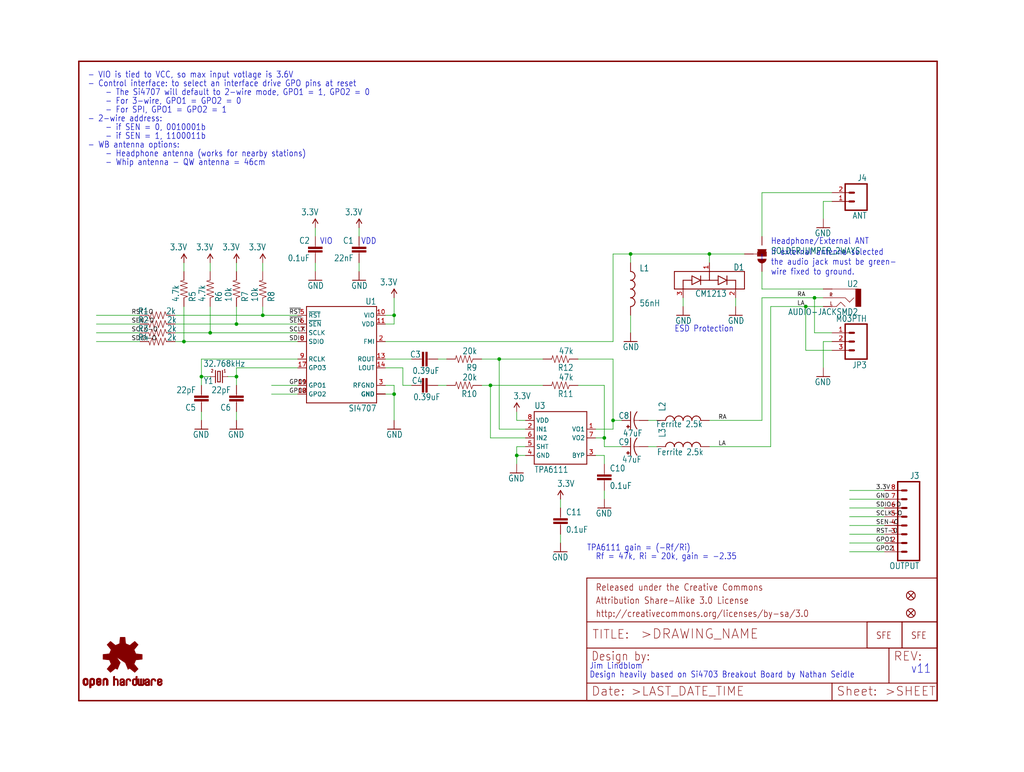
<source format=kicad_sch>
(kicad_sch (version 20211123) (generator eeschema)
  (paper "User" 297.002 223.926)
  (lib_symbols
    (symbol "schematicEagle-eagle-import:3.3V" (power)
      (property "Value" "3.3V" (at -1.016 3.556 0))
      (symbol "3.3V_1_0"
        (pin power_in line (at 0 0 90) (length 2.54) (name "3.3V") (number "1"))
      )
    )
    (symbol "schematicEagle-eagle-import:AUDIO-JACKSMD2"
      (property "Reference" "U" (at -5.08 3.048 0))
      (property "Value" "AUDIO-JACKSMD2" (at -5.08 -5.08 0))
      (symbol "AUDIO-JACKSMD2_1_0"
        (text "L" (at 2.286 -2.286 0) (effects (font (size 1.016 0.8636) (thickness 0.1727) bold) (justify left bottom)))
        (text "R" (at 2.286 0.254 0) (effects (font (size 1.016 0.8636) (thickness 0.1727) bold) (justify left bottom)))
        (pin bidirectional line (at 5.08 0 180) (length 2.54) (name "RIGHT") (number "RING"))
        (pin bidirectional line (at 5.08 2.54 180) (length 2.54) (name "SLEEVE") (number "SLEEVE"))
        (pin bidirectional line (at 5.08 -2.54 180) (length 2.54) (name "LEFT") (number "TIP"))
      )
    )
    (symbol "schematicEagle-eagle-import:CAP0402-CAP"
      (property "Reference" "C" (at 1.524 2.921 0))
      (property "Value" "CAP0402-CAP" (at 1.524 -2.159 0))
      (symbol "CAP0402-CAP_1_0"
        (pin passive line (at 0 5.08 270) (length 2.54) (name "1") (number "1"))
        (pin passive line (at 0 -2.54 90) (length 2.54) (name "2") (number "2"))
      )
    )
    (symbol "schematicEagle-eagle-import:CAP_POL3528"
      (property "Reference" "C" (at 1.016 0.635 0))
      (property "Value" "CAP_POL3528" (at 1.016 -4.191 0))
      (symbol "CAP_POL3528_1_0"
        (pin passive line (at 0 2.54 270) (length 2.54) (name "+") (number "A"))
        (pin passive line (at 0 -5.08 90) (length 2.54) (name "-") (number "C"))
      )
    )
    (symbol "schematicEagle-eagle-import:CM1213"
      (property "Reference" "D" (at -10.16 2.794 0))
      (property "Value" "CM1213" (at -5.08 -4.826 0))
      (symbol "CM1213_1_0"
        (pin bidirectional line (at 0 5.08 270) (length 2.54) (name "CH1") (number "1"))
        (pin bidirectional line (at -7.62 -5.08 90) (length 2.54) (name "VP") (number "2"))
        (pin bidirectional line (at 7.62 -5.08 90) (length 2.54) (name "VN") (number "3"))
      )
    )
    (symbol "schematicEagle-eagle-import:CRYSTAL32-SMD"
      (property "Reference" "Y" (at 2.54 1.016 0))
      (property "Value" "CRYSTAL32-SMD" (at 2.54 -2.54 0))
      (symbol "CRYSTAL32-SMD_1_0"
        (text "1" (at -2.159 -1.143 0) (effects (font (size 0.8636 0.734)) (justify left bottom)))
        (text "2" (at 1.524 -1.143 0) (effects (font (size 0.8636 0.734)) (justify left bottom)))
        (pin passive line (at -2.54 0 0) (length 0) (name "1") (number "X1"))
        (pin passive line (at 2.54 0 180) (length 0) (name "2") (number "X2"))
      )
    )
    (symbol "schematicEagle-eagle-import:FIDUCIALUFIDUCIAL")
    (symbol "schematicEagle-eagle-import:FRAME-LETTER"
      (symbol "FRAME-LETTER_2_0"
        (text ">DRAWING_NAME" (at 15.494 17.78 0) (effects (font (size 2.7432 2.7432)) (justify left bottom)))
        (text ">LAST_DATE_TIME" (at 12.7 1.27 0) (effects (font (size 2.54 2.54)) (justify left bottom)))
        (text ">SHEET" (at 86.36 1.27 0) (effects (font (size 2.54 2.54)) (justify left bottom)))
        (text "Attribution Share-Alike 3.0 License" (at 2.54 27.94 0) (effects (font (size 1.9304 1.6408)) (justify left bottom)))
        (text "Date:" (at 1.27 1.27 0) (effects (font (size 2.54 2.54)) (justify left bottom)))
        (text "Design by:" (at 1.27 11.43 0) (effects (font (size 2.54 2.159)) (justify left bottom)))
        (text "http://creativecommons.org/licenses/by-sa/3.0" (at 2.54 24.13 0) (effects (font (size 1.9304 1.6408)) (justify left bottom)))
        (text "Released under the Creative Commons" (at 2.54 31.75 0) (effects (font (size 1.9304 1.6408)) (justify left bottom)))
        (text "REV:" (at 88.9 11.43 0) (effects (font (size 2.54 2.54)) (justify left bottom)))
        (text "Sheet:" (at 72.39 1.27 0) (effects (font (size 2.54 2.54)) (justify left bottom)))
        (text "TITLE:" (at 1.524 17.78 0) (effects (font (size 2.54 2.54)) (justify left bottom)))
      )
    )
    (symbol "schematicEagle-eagle-import:GND" (power)
      (property "Value" "GND" (at -2.54 -2.54 0))
      (symbol "GND_1_0"
        (pin power_in line (at 0 2.54 270) (length 2.54) (name "GND") (number "1"))
      )
    )
    (symbol "schematicEagle-eagle-import:INDUCTOR0402"
      (property "Reference" "L" (at 2.54 5.08 0))
      (property "Value" "INDUCTOR0402" (at 2.54 -5.08 0))
      (symbol "INDUCTOR0402_1_0"
        (pin passive line (at 0 7.62 270) (length 2.54) (name "1") (number "1"))
        (pin passive line (at 0 -7.62 90) (length 2.54) (name "2") (number "2"))
      )
    )
    (symbol "schematicEagle-eagle-import:INDUCTOR0603"
      (property "Reference" "L" (at 2.54 5.08 0))
      (property "Value" "INDUCTOR0603" (at 2.54 -5.08 0))
      (symbol "INDUCTOR0603_1_0"
        (pin passive line (at 0 7.62 270) (length 2.54) (name "1") (number "1"))
        (pin passive line (at 0 -7.62 90) (length 2.54) (name "2") (number "2"))
      )
    )
    (symbol "schematicEagle-eagle-import:LOGO-SFENEW"
      (symbol "LOGO-SFENEW_1_0"
        (text "SFE" (at 0 0 0) (effects (font (size 1.9304 1.6408)) (justify left bottom)))
      )
    )
    (symbol "schematicEagle-eagle-import:LOGO-SFESK"
      (symbol "LOGO-SFESK_1_0"
        (text "SFE" (at 0 0 0) (effects (font (size 1.9304 1.6408)) (justify left bottom)))
      )
    )
    (symbol "schematicEagle-eagle-import:M02PTH"
      (property "Reference" "JP" (at -2.54 5.842 0))
      (property "Value" "M02PTH" (at -2.54 -5.08 0))
      (symbol "M02PTH_1_0"
        (pin passive line (at 7.62 0 180) (length 5.08) (name "1") (number "1"))
        (pin passive line (at 7.62 2.54 180) (length 5.08) (name "2") (number "2"))
      )
    )
    (symbol "schematicEagle-eagle-import:M03PTH"
      (property "Reference" "JP" (at -2.54 5.842 0))
      (property "Value" "M03PTH" (at -2.54 -7.62 0))
      (symbol "M03PTH_1_0"
        (pin passive line (at 7.62 -2.54 180) (length 5.08) (name "1") (number "1"))
        (pin passive line (at 7.62 0 180) (length 5.08) (name "2") (number "2"))
        (pin passive line (at 7.62 2.54 180) (length 5.08) (name "3") (number "3"))
      )
    )
    (symbol "schematicEagle-eagle-import:M081X08"
      (property "Reference" "JP" (at -5.08 13.462 0))
      (property "Value" "M081X08" (at -5.08 -12.7 0))
      (symbol "M081X08_1_0"
        (pin passive line (at 5.08 -7.62 180) (length 5.08) (name "1") (number "1"))
        (pin passive line (at 5.08 -5.08 180) (length 5.08) (name "2") (number "2"))
        (pin passive line (at 5.08 -2.54 180) (length 5.08) (name "3") (number "3"))
        (pin passive line (at 5.08 0 180) (length 5.08) (name "4") (number "4"))
        (pin passive line (at 5.08 2.54 180) (length 5.08) (name "5") (number "5"))
        (pin passive line (at 5.08 5.08 180) (length 5.08) (name "6") (number "6"))
        (pin passive line (at 5.08 7.62 180) (length 5.08) (name "7") (number "7"))
        (pin passive line (at 5.08 10.16 180) (length 5.08) (name "8") (number "8"))
      )
    )
    (symbol "schematicEagle-eagle-import:OSHW-LOGOS")
    (symbol "schematicEagle-eagle-import:RESISTOR0402-RES"
      (property "Reference" "R" (at -3.81 1.4986 0))
      (property "Value" "RESISTOR0402-RES" (at -3.81 -3.302 0))
      (symbol "RESISTOR0402-RES_1_0"
        (pin passive line (at -5.08 0 0) (length 2.54) (name "1") (number "1"))
        (pin passive line (at 5.08 0 180) (length 2.54) (name "2") (number "2"))
      )
    )
    (symbol "schematicEagle-eagle-import:SI4707"
      (property "Reference" "U" (at -10.16 15.748 0))
      (property "Value" "SI4707" (at -10.16 -15.24 0))
      (symbol "SI4707_1_0"
        (pin bidirectional line (at -12.7 12.7 0) (length 2.54) (name "VIO") (number "10"))
        (pin bidirectional line (at -12.7 10.16 0) (length 2.54) (name "VDD") (number "11"))
        (pin bidirectional line (at -12.7 -10.16 0) (length 2.54) (name "GND") (number "12"))
        (pin bidirectional line (at -12.7 0 0) (length 2.54) (name "ROUT") (number "13"))
        (pin bidirectional line (at -12.7 -2.54 0) (length 2.54) (name "LOUT") (number "14"))
        (pin bidirectional line (at -12.7 -10.16 0) (length 2.54) (name "GND") (number "15"))
        (pin bidirectional line (at -12.7 -10.16 0) (length 2.54) (name "GND") (number "16"))
        (pin bidirectional line (at 12.7 -2.54 180) (length 2.54) (name "GPO3") (number "17"))
        (pin bidirectional line (at 12.7 -10.16 180) (length 2.54) (name "GPO2") (number "18"))
        (pin bidirectional line (at 12.7 -7.62 180) (length 2.54) (name "GPO1") (number "19"))
        (pin bidirectional line (at -12.7 5.08 0) (length 2.54) (name "FMI") (number "2"))
        (pin bidirectional line (at -12.7 -10.16 0) (length 2.54) (name "GND") (number "21"))
        (pin bidirectional line (at -12.7 -7.62 0) (length 2.54) (name "RFGND") (number "3"))
        (pin bidirectional line (at -12.7 -10.16 0) (length 2.54) (name "GND") (number "4"))
        (pin bidirectional line (at 12.7 12.7 180) (length 2.54) (name "~{RST}") (number "5"))
        (pin bidirectional line (at 12.7 10.16 180) (length 2.54) (name "~{SEN}") (number "6"))
        (pin bidirectional line (at 12.7 7.62 180) (length 2.54) (name "SCLK") (number "7"))
        (pin bidirectional line (at 12.7 5.08 180) (length 2.54) (name "SDIO") (number "8"))
        (pin bidirectional line (at 12.7 0 180) (length 2.54) (name "RCLK") (number "9"))
      )
    )
    (symbol "schematicEagle-eagle-import:SOLDERJUMPER_2WAYS"
      (property "Reference" "SJ" (at 2.54 0.381 0))
      (property "Value" "SOLDERJUMPER_2WAYS" (at 2.54 -1.905 0))
      (symbol "SOLDERJUMPER_2WAYS_1_0"
        (pin passive line (at 0 5.08 270) (length 2.54) (name "1") (number "1"))
        (pin passive line (at -5.08 0 0) (length 2.54) (name "2") (number "2"))
        (pin passive line (at 0 -5.08 90) (length 2.54) (name "3") (number "3"))
      )
    )
    (symbol "schematicEagle-eagle-import:SPARKFUN_TPA6111SMD"
      (property "Reference" "U" (at -7.62 5.842 0))
      (property "Value" "SPARKFUN_TPA6111SMD" (at -7.62 -12.7 0))
      (symbol "SPARKFUN_TPA6111SMD_1_0"
        (pin bidirectional line (at 10.16 0 180) (length 2.54) (name "VO1") (number "1"))
        (pin bidirectional line (at -10.16 0 0) (length 2.54) (name "IN1") (number "2"))
        (pin bidirectional line (at 10.16 -7.62 180) (length 2.54) (name "BYP") (number "3"))
        (pin bidirectional line (at -10.16 -7.62 0) (length 2.54) (name "GND") (number "4"))
        (pin bidirectional line (at -10.16 -5.08 0) (length 2.54) (name "SHT") (number "5"))
        (pin bidirectional line (at -10.16 -2.54 0) (length 2.54) (name "IN2") (number "6"))
        (pin bidirectional line (at 10.16 -2.54 180) (length 2.54) (name "VO2") (number "7"))
        (pin bidirectional line (at -10.16 2.54 0) (length 2.54) (name "VDD") (number "8"))
      )
    )
  )
  (junction (at 175.26 127))
  (junction (at 76.2 91.44))
  (junction (at 58.42 109.22))
  (junction (at 144.78 104.14))
  (junction (at 114.3 114.3))
  (junction (at 149.86 132.08))
  (junction (at 236.22 86.36))
  (junction (at 233.68 88.9))
  (junction (at 177.8 121.92))
  (junction (at 114.3 91.44))
  (junction (at 205.74 73.66))
  (junction (at 142.24 111.76))
  (junction (at 182.88 73.66))
  (junction (at 60.96 96.52))
  (junction (at 68.58 109.22))
  (junction (at 53.34 99.06))
  (junction (at 68.58 93.98))
  (wire (pts (xy 111.76 111.76) (xy 114.3 111.76)))
  (wire (pts (xy 213.36 88.9) (xy 213.36 86.36)))
  (wire (pts (xy 238.76 99.06) (xy 238.76 106.68)))
  (wire (pts (xy 152.4 129.54) (xy 149.86 129.54)))
  (wire (pts (xy 40.64 91.44) (xy 27.94 91.44)))
  (wire (pts (xy 167.64 111.76) (xy 175.26 111.76)))
  (wire (pts (xy 76.2 91.44) (xy 76.2 88.9)))
  (wire (pts (xy 241.3 58.42) (xy 238.76 58.42)))
  (wire (pts (xy 205.74 76.2) (xy 205.74 73.66)))
  (wire (pts (xy 256.54 160.02) (xy 246.38 160.02)))
  (wire (pts (xy 205.74 121.92) (xy 220.98 121.92)))
  (wire (pts (xy 175.26 132.08) (xy 175.26 134.62)))
  (wire (pts (xy 111.76 104.14) (xy 119.38 104.14)))
  (wire (pts (xy 104.14 68.58) (xy 104.14 66.04)))
  (wire (pts (xy 152.4 132.08) (xy 149.86 132.08)))
  (wire (pts (xy 86.36 99.06) (xy 53.34 99.06)))
  (wire (pts (xy 172.72 127) (xy 175.26 127)))
  (wire (pts (xy 167.64 104.14) (xy 177.8 104.14)))
  (wire (pts (xy 58.42 111.76) (xy 58.42 109.22)))
  (wire (pts (xy 60.96 76.2) (xy 60.96 78.74)))
  (wire (pts (xy 177.8 73.66) (xy 177.8 99.06)))
  (wire (pts (xy 256.54 149.86) (xy 246.38 149.86)))
  (wire (pts (xy 180.34 121.92) (xy 177.8 121.92)))
  (wire (pts (xy 68.58 76.2) (xy 68.58 78.74)))
  (wire (pts (xy 60.96 109.22) (xy 58.42 109.22)))
  (wire (pts (xy 220.98 121.92) (xy 220.98 86.36)))
  (wire (pts (xy 104.14 78.74) (xy 104.14 76.2)))
  (wire (pts (xy 177.8 124.46) (xy 172.72 124.46)))
  (wire (pts (xy 190.5 121.92) (xy 187.96 121.92)))
  (wire (pts (xy 53.34 76.2) (xy 53.34 78.74)))
  (wire (pts (xy 111.76 106.68) (xy 116.84 106.68)))
  (wire (pts (xy 182.88 91.44) (xy 182.88 96.52)))
  (polyline (pts (xy 220.98 73.66) (xy 220.98 75.692)))
  (wire (pts (xy 175.26 127) (xy 175.26 129.54)))
  (wire (pts (xy 58.42 104.14) (xy 86.36 104.14)))
  (wire (pts (xy 238.76 86.36) (xy 236.22 86.36)))
  (wire (pts (xy 111.76 91.44) (xy 114.3 91.44)))
  (wire (pts (xy 76.2 91.44) (xy 50.8 91.44)))
  (wire (pts (xy 162.56 157.48) (xy 162.56 154.94)))
  (wire (pts (xy 40.64 93.98) (xy 27.94 93.98)))
  (wire (pts (xy 238.76 88.9) (xy 233.68 88.9)))
  (wire (pts (xy 86.36 96.52) (xy 60.96 96.52)))
  (wire (pts (xy 256.54 154.94) (xy 246.38 154.94)))
  (wire (pts (xy 205.74 73.66) (xy 182.88 73.66)))
  (wire (pts (xy 238.76 99.06) (xy 241.3 99.06)))
  (wire (pts (xy 177.8 104.14) (xy 177.8 121.92)))
  (wire (pts (xy 149.86 121.92) (xy 149.86 119.38)))
  (wire (pts (xy 241.3 101.6) (xy 233.68 101.6)))
  (wire (pts (xy 86.36 91.44) (xy 76.2 91.44)))
  (wire (pts (xy 60.96 88.9) (xy 60.96 96.52)))
  (wire (pts (xy 175.26 111.76) (xy 175.26 127)))
  (wire (pts (xy 58.42 121.92) (xy 58.42 119.38)))
  (wire (pts (xy 68.58 93.98) (xy 50.8 93.98)))
  (wire (pts (xy 144.78 104.14) (xy 157.48 104.14)))
  (wire (pts (xy 256.54 147.32) (xy 246.38 147.32)))
  (wire (pts (xy 205.74 129.54) (xy 223.52 129.54)))
  (wire (pts (xy 40.64 99.06) (xy 27.94 99.06)))
  (wire (pts (xy 116.84 106.68) (xy 116.84 111.76)))
  (wire (pts (xy 68.58 121.92) (xy 68.58 119.38)))
  (wire (pts (xy 114.3 114.3) (xy 114.3 121.92)))
  (wire (pts (xy 220.98 83.82) (xy 220.98 78.74)))
  (wire (pts (xy 152.4 124.46) (xy 144.78 124.46)))
  (wire (pts (xy 220.98 55.88) (xy 241.3 55.88)))
  (wire (pts (xy 238.76 58.42) (xy 238.76 63.5)))
  (wire (pts (xy 53.34 88.9) (xy 53.34 99.06)))
  (wire (pts (xy 114.3 91.44) (xy 114.3 86.36)))
  (wire (pts (xy 144.78 124.46) (xy 144.78 104.14)))
  (wire (pts (xy 139.7 111.76) (xy 142.24 111.76)))
  (wire (pts (xy 238.76 83.82) (xy 220.98 83.82)))
  (wire (pts (xy 233.68 88.9) (xy 223.52 88.9)))
  (wire (pts (xy 111.76 114.3) (xy 114.3 114.3)))
  (wire (pts (xy 177.8 121.92) (xy 177.8 124.46)))
  (wire (pts (xy 86.36 93.98) (xy 68.58 93.98)))
  (wire (pts (xy 66.04 109.22) (xy 68.58 109.22)))
  (wire (pts (xy 114.3 93.98) (xy 114.3 91.44)))
  (wire (pts (xy 142.24 127) (xy 152.4 127)))
  (wire (pts (xy 60.96 96.52) (xy 50.8 96.52)))
  (wire (pts (xy 162.56 144.78) (xy 162.56 147.32)))
  (wire (pts (xy 91.44 78.74) (xy 91.44 76.2)))
  (wire (pts (xy 205.74 73.66) (xy 215.9 73.66)))
  (wire (pts (xy 127 104.14) (xy 129.54 104.14)))
  (wire (pts (xy 127 111.76) (xy 129.54 111.76)))
  (wire (pts (xy 172.72 132.08) (xy 175.26 132.08)))
  (wire (pts (xy 256.54 157.48) (xy 246.38 157.48)))
  (wire (pts (xy 116.84 111.76) (xy 119.38 111.76)))
  (wire (pts (xy 177.8 99.06) (xy 111.76 99.06)))
  (wire (pts (xy 111.76 93.98) (xy 114.3 93.98)))
  (wire (pts (xy 53.34 99.06) (xy 50.8 99.06)))
  (wire (pts (xy 256.54 144.78) (xy 246.38 144.78)))
  (wire (pts (xy 40.64 96.52) (xy 27.94 96.52)))
  (wire (pts (xy 236.22 96.52) (xy 236.22 86.36)))
  (wire (pts (xy 68.58 88.9) (xy 68.58 93.98)))
  (wire (pts (xy 58.42 109.22) (xy 58.42 104.14)))
  (wire (pts (xy 86.36 114.3) (xy 78.74 114.3)))
  (wire (pts (xy 142.24 111.76) (xy 157.48 111.76)))
  (wire (pts (xy 68.58 109.22) (xy 68.58 106.68)))
  (wire (pts (xy 236.22 86.36) (xy 220.98 86.36)))
  (wire (pts (xy 175.26 144.78) (xy 175.26 142.24)))
  (wire (pts (xy 256.54 142.24) (xy 246.38 142.24)))
  (wire (pts (xy 149.86 132.08) (xy 149.86 134.62)))
  (wire (pts (xy 256.54 152.4) (xy 246.38 152.4)))
  (wire (pts (xy 68.58 106.68) (xy 86.36 106.68)))
  (wire (pts (xy 114.3 111.76) (xy 114.3 114.3)))
  (wire (pts (xy 190.5 129.54) (xy 187.96 129.54)))
  (wire (pts (xy 142.24 111.76) (xy 142.24 127)))
  (wire (pts (xy 223.52 129.54) (xy 223.52 88.9)))
  (wire (pts (xy 220.98 68.58) (xy 220.98 55.88)))
  (wire (pts (xy 91.44 66.04) (xy 91.44 68.58)))
  (wire (pts (xy 177.8 73.66) (xy 182.88 73.66)))
  (wire (pts (xy 182.88 76.2) (xy 182.88 73.66)))
  (wire (pts (xy 149.86 129.54) (xy 149.86 132.08)))
  (wire (pts (xy 236.22 96.52) (xy 241.3 96.52)))
  (wire (pts (xy 198.12 88.9) (xy 198.12 86.36)))
  (wire (pts (xy 233.68 101.6) (xy 233.68 88.9)))
  (wire (pts (xy 68.58 111.76) (xy 68.58 109.22)))
  (wire (pts (xy 76.2 76.2) (xy 76.2 78.74)))
  (wire (pts (xy 175.26 129.54) (xy 180.34 129.54)))
  (wire (pts (xy 86.36 111.76) (xy 78.74 111.76)))
  (wire (pts (xy 144.78 104.14) (xy 139.7 104.14)))
  (wire (pts (xy 152.4 121.92) (xy 149.86 121.92)))
  (text "- 2-wire address:" (at 25.4 35.56 180) (effects (font (size 1.778 1.5113)) (justify left bottom)))
  (text "- Control interface: to select an interface drive GPO pins at reset" (at 25.4 25.4 0) (effects (font (size 1.778 1.5113)) (justify left bottom)))
  (text "Design heavily based on Si4703 Breakout Board by Nathan Seidle" (at 170.942 196.85 0) (effects (font (size 1.778 1.5113)) (justify left bottom)))
  (text "Rf = 47k, Ri = 20k, gain = -2.35" (at 172.72 162.56 180) (effects (font (size 1.778 1.5113)) (justify left bottom)))
  (text "VIO" (at 96.52 71.12 180) (effects (font (size 1.778 1.5113)) (justify right bottom)))
  (text "- if SEN = 1, 1100011b" (at 30.48 40.64 180) (effects (font (size 1.778 1.5113)) (justify left bottom)))
  (text "- VIO is tied to VCC, so max input votlage is 3.6V" (at 25.4 22.86 0) (effects (font (size 1.778 1.5113)) (justify left bottom)))
  (text "VDD" (at 109.22 71.12 180) (effects (font (size 1.778 1.5113)) (justify right bottom)))
  (text "- For 3-wire, GPO1 = GPO2 = 0" (at 30.48 30.48 180) (effects (font (size 1.778 1.5113)) (justify left bottom)))
  (text "- Headphone antenna (works for nearby stations)" (at 30.48 45.72 180) (effects (font (size 1.778 1.5113)) (justify left bottom)))
  (text "Jim Lindblom" (at 170.942 194.31 180) (effects (font (size 1.778 1.5113)) (justify left bottom)))
  (text "Headphone/External ANT" (at 223.52 71.12 180) (effects (font (size 1.778 1.5113)) (justify left bottom)))
  (text "- WB antenna options:" (at 25.4 43.18 180) (effects (font (size 1.778 1.5113)) (justify left bottom)))
  (text "- Whip antenna - QW antenna =~{} 46cm" (at 30.48 48.26 180) (effects (font (size 1.778 1.5113)) (justify left bottom)))
  (text "If external antenna selected\nthe audio jack must be green-\nwire fixed to ground." (at 223.52 80.01 0) (effects (font (size 1.778 1.5113)) (justify left bottom)))
  (text "- For SPI, GPO1 = GPO2 = 1" (at 30.48 33.02 180) (effects (font (size 1.778 1.5113)) (justify left bottom)))
  (text "ESD Protection" (at 195.58 96.52 180) (effects (font (size 1.778 1.5113)) (justify left bottom)))
  (text "v11" (at 264.16 195.58 180) (effects (font (size 2.54 2.159)) (justify left bottom)))
  (text "- if SEN = 0, 0010001b" (at 30.48 38.1 180) (effects (font (size 1.778 1.5113)) (justify left bottom)))
  (text "TPA6111 gain = (-Rf/Ri)" (at 170.18 160.02 180) (effects (font (size 1.778 1.5113)) (justify left bottom)))
  (text "- The Si4707 will default to 2-wire mode, GPO1 = 1, GPO2 = 0" (at 30.48 27.94 0) (effects (font (size 1.778 1.5113)) (justify left bottom)))
  (label "GPO2" (at 83.82 114.3 0) (effects (font (size 1.2446 1.2446))))
  (label "LA" (at 208.28 129.54 0) (effects (font (size 1.2446 1.2446))))
  (label "RST-O" (at 254 154.94 0) (effects (font (size 1.2446 1.2446))))
  (label "SCLK-O" (at 38.1 96.52 0) (effects (font (size 1.2446 1.2446))))
  (label "SCLK-O" (at 254 149.86 0) (effects (font (size 1.2446 1.2446))))
  (label "SDIO-O" (at 38.1 99.06 0) (effects (font (size 1.2446 1.2446))))
  (label "SCLK" (at 83.82 96.52 0) (effects (font (size 1.2446 1.2446))))
  (label "SDIO-O" (at 254 147.32 0) (effects (font (size 1.2446 1.2446))))
  (label "GPO1" (at 83.82 111.76 0) (effects (font (size 1.2446 1.2446))))
  (label "SEN-O" (at 254 152.4 0) (effects (font (size 1.2446 1.2446))))
  (label "RST-O" (at 38.1 91.44 0) (effects (font (size 1.2446 1.2446))))
  (label "3.3V" (at 254 142.24 0) (effects (font (size 1.2446 1.2446))))
  (label "GND" (at 254 144.78 0) (effects (font (size 1.2446 1.2446))))
  (label "LA" (at 231.14 88.9 0) (effects (font (size 1.2446 1.2446))))
  (label "SDIO" (at 83.82 99.06 0) (effects (font (size 1.2446 1.2446))))
  (label "RA" (at 208.28 121.92 0) (effects (font (size 1.2446 1.2446))))
  (label "~{RST}" (at 83.82 91.44 0) (effects (font (size 1.2446 1.2446))))
  (label "RA" (at 231.14 86.36 0) (effects (font (size 1.2446 1.2446))))
  (label "GPO1" (at 254 157.48 0) (effects (font (size 1.2446 1.2446))))
  (label "SEN-O" (at 38.1 93.98 0) (effects (font (size 1.2446 1.2446))))
  (label "~{SEN}" (at 83.82 93.98 0) (effects (font (size 1.2446 1.2446))))
  (label "GPO2" (at 254 160.02 0) (effects (font (size 1.2446 1.2446))))
  (symbol (lib_id "schematicEagle-eagle-import:GND") (at 175.26 147.32 0) (unit 1)
    (property "Reference" "#GND8" (effects hide))
    (property "Value" "GND" (at 172.72 149.86 0) (effects (font (size 1.778 1.5113)) (justify left bottom)))
    (property "Footprint" "schematicEagle:" (effects hide))
  )
  (symbol (lib_id "schematicEagle-eagle-import:LOGO-SFENEW") (at 264.16 185.42 0) (unit 1)
    (property "Reference" "JP1" (effects hide))
    (property "Value" "LOGO-SFENEW" (effects hide))
    (property "Footprint" "schematicEagle:SFE-NEW-WEBLOGO" (effects hide))
  )
  (symbol (lib_id "schematicEagle-eagle-import:3.3V") (at 104.14 66.04 0) (mirror y) (unit 1)
    (property "Reference" "#P+2" (effects hide))
    (property "Value" "3.3V" (at 105.156 62.484 0) (effects (font (size 1.778 1.5113)) (justify left bottom)))
    (property "Footprint" "schematicEagle:" (effects hide))
  )
  (symbol (lib_id "schematicEagle-eagle-import:M02PTH") (at 248.92 58.42 0) (mirror y) (unit 1)
    (property "Reference" "J4" (at 251.46 52.578 0) (effects (font (size 1.778 1.5113)) (justify left bottom)))
    (property "Value" "ANT" (at 251.46 63.5 0) (effects (font (size 1.778 1.5113)) (justify left bottom)))
    (property "Footprint" "schematicEagle:1X02" (effects hide))
  )
  (symbol (lib_id "schematicEagle-eagle-import:CAP0402-CAP") (at 124.46 104.14 90) (unit 1)
    (property "Reference" "C3" (at 118.872 103.759 90) (effects (font (size 1.778 1.5113)) (justify right top)))
    (property "Value" "0.39uF" (at 127.508 106.553 90) (effects (font (size 1.778 1.5113)) (justify left bottom)))
    (property "Footprint" "schematicEagle:0402-CAP" (effects hide))
  )
  (symbol (lib_id "schematicEagle-eagle-import:GND") (at 114.3 124.46 0) (mirror y) (unit 1)
    (property "Reference" "#GND5" (effects hide))
    (property "Value" "GND" (at 116.84 127 0) (effects (font (size 1.778 1.5113)) (justify left bottom)))
    (property "Footprint" "schematicEagle:" (effects hide))
  )
  (symbol (lib_id "schematicEagle-eagle-import:RESISTOR0402-RES") (at 45.72 96.52 0) (mirror y) (unit 1)
    (property "Reference" "R3" (at 43.18 96.2914 0) (effects (font (size 1.778 1.5113)) (justify left bottom)))
    (property "Value" "2k" (at 51.308 96.266 0) (effects (font (size 1.778 1.5113)) (justify left bottom)))
    (property "Footprint" "schematicEagle:0402-RES" (effects hide))
  )
  (symbol (lib_id "schematicEagle-eagle-import:RESISTOR0402-RES") (at 60.96 83.82 270) (mirror x) (unit 1)
    (property "Reference" "R6" (at 62.4586 87.63 0) (effects (font (size 1.778 1.5113)) (justify left bottom)))
    (property "Value" "4.7k" (at 57.658 87.63 0) (effects (font (size 1.778 1.5113)) (justify left bottom)))
    (property "Footprint" "schematicEagle:0402-RES" (effects hide))
  )
  (symbol (lib_id "schematicEagle-eagle-import:AUDIO-JACKSMD2") (at 243.84 86.36 0) (mirror y) (unit 1)
    (property "Reference" "U2" (at 248.92 83.312 0) (effects (font (size 1.778 1.5113)) (justify left bottom)))
    (property "Value" "AUDIO-JACKSMD2" (at 248.92 91.44 0) (effects (font (size 1.778 1.5113)) (justify left bottom)))
    (property "Footprint" "schematicEagle:AUDIO-JACK-3.5MM-SMD" (effects hide))
  )
  (symbol (lib_id "schematicEagle-eagle-import:CAP0402-CAP") (at 124.46 111.76 90) (unit 1)
    (property "Reference" "C4" (at 119.38 111.379 90) (effects (font (size 1.778 1.5113)) (justify right top)))
    (property "Value" "0.39uF" (at 127.762 114.173 90) (effects (font (size 1.778 1.5113)) (justify left bottom)))
    (property "Footprint" "schematicEagle:0402-CAP" (effects hide))
  )
  (symbol (lib_id "schematicEagle-eagle-import:GND") (at 238.76 66.04 0) (unit 1)
    (property "Reference" "#GND13" (effects hide))
    (property "Value" "GND" (at 236.22 68.58 0) (effects (font (size 1.778 1.5113)) (justify left bottom)))
    (property "Footprint" "schematicEagle:" (effects hide))
  )
  (symbol (lib_id "schematicEagle-eagle-import:CAP0402-CAP") (at 58.42 114.3 180) (unit 1)
    (property "Reference" "C5" (at 56.896 117.221 0) (effects (font (size 1.778 1.5113)) (justify left bottom)))
    (property "Value" "22pF" (at 56.896 112.141 0) (effects (font (size 1.778 1.5113)) (justify left bottom)))
    (property "Footprint" "schematicEagle:0402-CAP" (effects hide))
  )
  (symbol (lib_id "schematicEagle-eagle-import:FRAME-LETTER") (at 22.86 203.2 0) (unit 1)
    (property "Reference" "FRAME1" (effects hide))
    (property "Value" "FRAME-LETTER" (effects hide))
    (property "Footprint" "schematicEagle:CREATIVE_COMMONS" (effects hide))
  )
  (symbol (lib_id "schematicEagle-eagle-import:3.3V") (at 68.58 76.2 0) (mirror y) (unit 1)
    (property "Reference" "#P+7" (effects hide))
    (property "Value" "3.3V" (at 69.596 72.644 0) (effects (font (size 1.778 1.5113)) (justify left bottom)))
    (property "Footprint" "schematicEagle:" (effects hide))
  )
  (symbol (lib_id "schematicEagle-eagle-import:RESISTOR0402-RES") (at 76.2 83.82 270) (mirror x) (unit 1)
    (property "Reference" "R8" (at 77.6986 87.63 0) (effects (font (size 1.778 1.5113)) (justify left bottom)))
    (property "Value" "10k" (at 72.898 87.63 0) (effects (font (size 1.778 1.5113)) (justify left bottom)))
    (property "Footprint" "schematicEagle:0402-RES" (effects hide))
  )
  (symbol (lib_id "schematicEagle-eagle-import:3.3V") (at 91.44 66.04 0) (mirror y) (unit 1)
    (property "Reference" "#P+3" (effects hide))
    (property "Value" "3.3V" (at 92.456 62.484 0) (effects (font (size 1.778 1.5113)) (justify left bottom)))
    (property "Footprint" "schematicEagle:" (effects hide))
  )
  (symbol (lib_id "schematicEagle-eagle-import:GND") (at 182.88 99.06 0) (mirror y) (unit 1)
    (property "Reference" "#GND7" (effects hide))
    (property "Value" "GND" (at 185.42 101.6 0) (effects (font (size 1.778 1.5113)) (justify left bottom)))
    (property "Footprint" "schematicEagle:" (effects hide))
  )
  (symbol (lib_id "schematicEagle-eagle-import:FIDUCIALUFIDUCIAL") (at 264.16 172.72 0) (unit 1)
    (property "Reference" "JP4" (effects hide))
    (property "Value" "FIDUCIALUFIDUCIAL" (effects hide))
    (property "Footprint" "schematicEagle:MICRO-FIDUCIAL" (effects hide))
  )
  (symbol (lib_id "schematicEagle-eagle-import:FIDUCIALUFIDUCIAL") (at 264.16 177.8 0) (unit 1)
    (property "Reference" "JP5" (effects hide))
    (property "Value" "FIDUCIALUFIDUCIAL" (effects hide))
    (property "Footprint" "schematicEagle:MICRO-FIDUCIAL" (effects hide))
  )
  (symbol (lib_id "schematicEagle-eagle-import:RESISTOR0402-RES") (at 53.34 83.82 270) (mirror x) (unit 1)
    (property "Reference" "R5" (at 54.8386 87.63 0) (effects (font (size 1.778 1.5113)) (justify left bottom)))
    (property "Value" "4.7k" (at 50.038 87.63 0) (effects (font (size 1.778 1.5113)) (justify left bottom)))
    (property "Footprint" "schematicEagle:0402-RES" (effects hide))
  )
  (symbol (lib_id "schematicEagle-eagle-import:3.3V") (at 114.3 86.36 0) (mirror y) (unit 1)
    (property "Reference" "#P+1" (effects hide))
    (property "Value" "3.3V" (at 115.316 82.804 0) (effects (font (size 1.778 1.5113)) (justify left bottom)))
    (property "Footprint" "schematicEagle:" (effects hide))
  )
  (symbol (lib_id "schematicEagle-eagle-import:3.3V") (at 162.56 144.78 0) (unit 1)
    (property "Reference" "#P+9" (effects hide))
    (property "Value" "3.3V" (at 161.544 141.224 0) (effects (font (size 1.778 1.5113)) (justify left bottom)))
    (property "Footprint" "schematicEagle:" (effects hide))
  )
  (symbol (lib_id "schematicEagle-eagle-import:CAP0402-CAP") (at 104.14 73.66 0) (mirror y) (unit 1)
    (property "Reference" "C1" (at 102.616 70.739 0) (effects (font (size 1.778 1.5113)) (justify left bottom)))
    (property "Value" "22nF" (at 102.616 75.819 0) (effects (font (size 1.778 1.5113)) (justify left bottom)))
    (property "Footprint" "schematicEagle:0402-CAP" (effects hide))
  )
  (symbol (lib_id "schematicEagle-eagle-import:3.3V") (at 149.86 119.38 0) (unit 1)
    (property "Reference" "#P+8" (effects hide))
    (property "Value" "3.3V" (at 148.844 115.824 0) (effects (font (size 1.778 1.5113)) (justify left bottom)))
    (property "Footprint" "schematicEagle:" (effects hide))
  )
  (symbol (lib_id "schematicEagle-eagle-import:RESISTOR0402-RES") (at 162.56 104.14 180) (unit 1)
    (property "Reference" "R12" (at 166.37 105.6386 0) (effects (font (size 1.778 1.5113)) (justify left bottom)))
    (property "Value" "47k" (at 166.37 100.838 0) (effects (font (size 1.778 1.5113)) (justify left bottom)))
    (property "Footprint" "schematicEagle:0402-RES" (effects hide))
  )
  (symbol (lib_id "schematicEagle-eagle-import:FRAME-LETTER") (at 170.18 203.2 0) (unit 2)
    (property "Reference" "FRAME1" (effects hide))
    (property "Value" "FRAME-LETTER" (effects hide))
    (property "Footprint" "schematicEagle:CREATIVE_COMMONS" (effects hide))
  )
  (symbol (lib_id "schematicEagle-eagle-import:GND") (at 162.56 160.02 0) (unit 1)
    (property "Reference" "#GND10" (effects hide))
    (property "Value" "GND" (at 160.02 162.56 0) (effects (font (size 1.778 1.5113)) (justify left bottom)))
    (property "Footprint" "schematicEagle:" (effects hide))
  )
  (symbol (lib_id "schematicEagle-eagle-import:OSHW-LOGOS") (at 35.56 190.5 0) (unit 1)
    (property "Reference" "U$2" (effects hide))
    (property "Value" "OSHW-LOGOS" (effects hide))
    (property "Footprint" "schematicEagle:OSHW-LOGO-S" (effects hide))
  )
  (symbol (lib_id "schematicEagle-eagle-import:SOLDERJUMPER_2WAYS") (at 220.98 73.66 0) (mirror x) (unit 1)
    (property "Reference" "SJ2" (effects hide))
    (property "Value" "SOLDERJUMPER_2WAYS" (at 223.52 71.755 0) (effects (font (size 1.778 1.5113)) (justify left bottom)))
    (property "Footprint" "schematicEagle:SJ_3" (effects hide))
  )
  (symbol (lib_id "schematicEagle-eagle-import:INDUCTOR0402") (at 198.12 121.92 90) (unit 1)
    (property "Reference" "L2" (at 193.04 119.38 0) (effects (font (size 1.778 1.5113)) (justify left bottom)))
    (property "Value" "Ferrite 2.5k" (at 190.246 123.952 90) (effects (font (size 1.778 1.5113)) (justify right top)))
    (property "Footprint" "schematicEagle:C0402" (effects hide))
  )
  (symbol (lib_id "schematicEagle-eagle-import:CAP0402-CAP") (at 68.58 114.3 180) (unit 1)
    (property "Reference" "C6" (at 67.056 117.221 0) (effects (font (size 1.778 1.5113)) (justify left bottom)))
    (property "Value" "22pF" (at 67.056 112.141 0) (effects (font (size 1.778 1.5113)) (justify left bottom)))
    (property "Footprint" "schematicEagle:0402-CAP" (effects hide))
  )
  (symbol (lib_id "schematicEagle-eagle-import:RESISTOR0402-RES") (at 45.72 91.44 0) (mirror y) (unit 1)
    (property "Reference" "R1" (at 43.18 91.2114 0) (effects (font (size 1.778 1.5113)) (justify left bottom)))
    (property "Value" "2k" (at 51.054 91.186 0) (effects (font (size 1.778 1.5113)) (justify left bottom)))
    (property "Footprint" "schematicEagle:0402-RES" (effects hide))
  )
  (symbol (lib_id "schematicEagle-eagle-import:CRYSTAL32-SMD") (at 63.5 109.22 180) (unit 1)
    (property "Reference" "Y1" (at 61.976 109.474 0) (effects (font (size 1.778 1.5113)) (justify left bottom)))
    (property "Value" "32.768kHz" (at 58.928 106.426 0) (effects (font (size 1.778 1.5113)) (justify right top)))
    (property "Footprint" "schematicEagle:CRYSTAL-32KHZ-SMD" (effects hide))
  )
  (symbol (lib_id "schematicEagle-eagle-import:LOGO-SFESK") (at 254 185.42 0) (unit 1)
    (property "Reference" "JP2" (effects hide))
    (property "Value" "LOGO-SFESK" (effects hide))
    (property "Footprint" "schematicEagle:SFE-LOGO-FLAME" (effects hide))
  )
  (symbol (lib_id "schematicEagle-eagle-import:RESISTOR0402-RES") (at 134.62 111.76 180) (unit 1)
    (property "Reference" "R10" (at 138.43 113.2586 0) (effects (font (size 1.778 1.5113)) (justify left bottom)))
    (property "Value" "20k" (at 138.43 108.458 0) (effects (font (size 1.778 1.5113)) (justify left bottom)))
    (property "Footprint" "schematicEagle:0402-RES" (effects hide))
  )
  (symbol (lib_id "schematicEagle-eagle-import:3.3V") (at 53.34 76.2 0) (mirror y) (unit 1)
    (property "Reference" "#P+5" (effects hide))
    (property "Value" "3.3V" (at 54.356 72.644 0) (effects (font (size 1.778 1.5113)) (justify left bottom)))
    (property "Footprint" "schematicEagle:" (effects hide))
  )
  (symbol (lib_id "schematicEagle-eagle-import:GND") (at 58.42 124.46 0) (unit 1)
    (property "Reference" "#GND3" (effects hide))
    (property "Value" "GND" (at 55.88 127 0) (effects (font (size 1.778 1.5113)) (justify left bottom)))
    (property "Footprint" "schematicEagle:" (effects hide))
  )
  (symbol (lib_id "schematicEagle-eagle-import:CAP0402-CAP") (at 162.56 152.4 0) (unit 1)
    (property "Reference" "C11" (at 164.084 149.479 0) (effects (font (size 1.778 1.5113)) (justify left bottom)))
    (property "Value" "0.1uF" (at 164.084 154.559 0) (effects (font (size 1.778 1.5113)) (justify left bottom)))
    (property "Footprint" "schematicEagle:0402-CAP" (effects hide))
  )
  (symbol (lib_id "schematicEagle-eagle-import:M03PTH") (at 248.92 99.06 180) (unit 1)
    (property "Reference" "JP3" (at 251.46 104.902 0) (effects (font (size 1.778 1.5113)) (justify left bottom)))
    (property "Value" "M03PTH" (at 251.46 91.44 0) (effects (font (size 1.778 1.5113)) (justify left bottom)))
    (property "Footprint" "schematicEagle:1X03" (effects hide))
  )
  (symbol (lib_id "schematicEagle-eagle-import:SI4707") (at 99.06 104.14 0) (mirror y) (unit 1)
    (property "Reference" "U1" (at 109.22 88.392 0) (effects (font (size 1.778 1.5113)) (justify left bottom)))
    (property "Value" "SI4707" (at 109.22 119.38 0) (effects (font (size 1.778 1.5113)) (justify left bottom)))
    (property "Footprint" "schematicEagle:SI470X" (effects hide))
  )
  (symbol (lib_id "schematicEagle-eagle-import:GND") (at 213.36 91.44 0) (mirror y) (unit 1)
    (property "Reference" "#GND12" (effects hide))
    (property "Value" "GND" (at 215.9 93.98 0) (effects (font (size 1.778 1.5113)) (justify left bottom)))
    (property "Footprint" "schematicEagle:" (effects hide))
  )
  (symbol (lib_id "schematicEagle-eagle-import:RESISTOR0402-RES") (at 162.56 111.76 180) (unit 1)
    (property "Reference" "R11" (at 166.37 113.2586 0) (effects (font (size 1.778 1.5113)) (justify left bottom)))
    (property "Value" "47k" (at 166.37 108.458 0) (effects (font (size 1.778 1.5113)) (justify left bottom)))
    (property "Footprint" "schematicEagle:0402-RES" (effects hide))
  )
  (symbol (lib_id "schematicEagle-eagle-import:GND") (at 198.12 91.44 0) (mirror y) (unit 1)
    (property "Reference" "#GND11" (effects hide))
    (property "Value" "GND" (at 200.66 93.98 0) (effects (font (size 1.778 1.5113)) (justify left bottom)))
    (property "Footprint" "schematicEagle:" (effects hide))
  )
  (symbol (lib_id "schematicEagle-eagle-import:RESISTOR0402-RES") (at 45.72 93.98 0) (mirror y) (unit 1)
    (property "Reference" "R2" (at 43.18 93.7514 0) (effects (font (size 1.778 1.5113)) (justify left bottom)))
    (property "Value" "2k" (at 51.308 93.726 0) (effects (font (size 1.778 1.5113)) (justify left bottom)))
    (property "Footprint" "schematicEagle:0402-RES" (effects hide))
  )
  (symbol (lib_id "schematicEagle-eagle-import:GND") (at 91.44 81.28 0) (mirror y) (unit 1)
    (property "Reference" "#GND2" (effects hide))
    (property "Value" "GND" (at 93.98 83.82 0) (effects (font (size 1.778 1.5113)) (justify left bottom)))
    (property "Footprint" "schematicEagle:" (effects hide))
  )
  (symbol (lib_id "schematicEagle-eagle-import:INDUCTOR0603") (at 182.88 83.82 0) (unit 1)
    (property "Reference" "L1" (at 185.42 78.74 0) (effects (font (size 1.778 1.5113)) (justify left bottom)))
    (property "Value" "56nH" (at 185.42 88.9 0) (effects (font (size 1.778 1.5113)) (justify left bottom)))
    (property "Footprint" "schematicEagle:0603" (effects hide))
  )
  (symbol (lib_id "schematicEagle-eagle-import:GND") (at 149.86 137.16 0) (unit 1)
    (property "Reference" "#GND9" (effects hide))
    (property "Value" "GND" (at 147.32 139.7 0) (effects (font (size 1.778 1.5113)) (justify left bottom)))
    (property "Footprint" "schematicEagle:" (effects hide))
  )
  (symbol (lib_id "schematicEagle-eagle-import:RESISTOR0402-RES") (at 68.58 83.82 270) (mirror x) (unit 1)
    (property "Reference" "R7" (at 70.0786 87.63 0) (effects (font (size 1.778 1.5113)) (justify left bottom)))
    (property "Value" "10k" (at 65.278 87.63 0) (effects (font (size 1.778 1.5113)) (justify left bottom)))
    (property "Footprint" "schematicEagle:0402-RES" (effects hide))
  )
  (symbol (lib_id "schematicEagle-eagle-import:M081X08") (at 261.62 152.4 0) (mirror y) (unit 1)
    (property "Reference" "J3" (at 266.7 138.938 0) (effects (font (size 1.778 1.5113)) (justify left bottom)))
    (property "Value" "OUTPUT" (at 266.7 165.1 0) (effects (font (size 1.778 1.5113)) (justify left bottom)))
    (property "Footprint" "schematicEagle:1X08" (effects hide))
  )
  (symbol (lib_id "schematicEagle-eagle-import:RESISTOR0402-RES") (at 45.72 99.06 0) (mirror y) (unit 1)
    (property "Reference" "R4" (at 43.18 98.8314 0) (effects (font (size 1.778 1.5113)) (justify left bottom)))
    (property "Value" "2k" (at 51.308 98.806 0) (effects (font (size 1.778 1.5113)) (justify left bottom)))
    (property "Footprint" "schematicEagle:0402-RES" (effects hide))
  )
  (symbol (lib_id "schematicEagle-eagle-import:RESISTOR0402-RES") (at 134.62 104.14 180) (unit 1)
    (property "Reference" "R9" (at 138.43 105.6386 0) (effects (font (size 1.778 1.5113)) (justify left bottom)))
    (property "Value" "20k" (at 138.43 100.838 0) (effects (font (size 1.778 1.5113)) (justify left bottom)))
    (property "Footprint" "schematicEagle:0402-RES" (effects hide))
  )
  (symbol (lib_id "schematicEagle-eagle-import:INDUCTOR0402") (at 198.12 129.54 90) (unit 1)
    (property "Reference" "L3" (at 193.04 127 0) (effects (font (size 1.778 1.5113)) (justify left bottom)))
    (property "Value" "Ferrite 2.5k" (at 190.5 132.08 90) (effects (font (size 1.778 1.5113)) (justify right top)))
    (property "Footprint" "schematicEagle:C0402" (effects hide))
  )
  (symbol (lib_id "schematicEagle-eagle-import:SPARKFUN_TPA6111SMD") (at 162.56 124.46 0) (unit 1)
    (property "Reference" "U3" (at 154.94 118.618 0) (effects (font (size 1.778 1.5113)) (justify left bottom)))
    (property "Value" "TPA6111" (at 154.94 137.16 0) (effects (font (size 1.778 1.5113)) (justify left bottom)))
    (property "Footprint" "schematicEagle:SPARKFUN_SO08" (effects hide))
  )
  (symbol (lib_id "schematicEagle-eagle-import:3.3V") (at 76.2 76.2 0) (mirror y) (unit 1)
    (property "Reference" "#P+6" (effects hide))
    (property "Value" "3.3V" (at 77.216 72.644 0) (effects (font (size 1.778 1.5113)) (justify left bottom)))
    (property "Footprint" "schematicEagle:" (effects hide))
  )
  (symbol (lib_id "schematicEagle-eagle-import:3.3V") (at 60.96 76.2 0) (mirror y) (unit 1)
    (property "Reference" "#P+4" (effects hide))
    (property "Value" "3.3V" (at 61.976 72.644 0) (effects (font (size 1.778 1.5113)) (justify left bottom)))
    (property "Footprint" "schematicEagle:" (effects hide))
  )
  (symbol (lib_id "schematicEagle-eagle-import:CAP_POL3528") (at 182.88 121.92 90) (unit 1)
    (property "Reference" "C8" (at 179.324 121.539 90) (effects (font (size 1.778 1.5113)) (justify right top)))
    (property "Value" "47uF" (at 180.594 126.619 90) (effects (font (size 1.778 1.5113)) (justify right top)))
    (property "Footprint" "schematicEagle:EIA3528" (effects hide))
  )
  (symbol (lib_id "schematicEagle-eagle-import:CM1213") (at 205.74 81.28 0) (mirror y) (unit 1)
    (property "Reference" "D1" (at 215.9 78.486 0) (effects (font (size 1.778 1.5113)) (justify left bottom)))
    (property "Value" "CM1213" (at 210.82 86.106 0) (effects (font (size 1.778 1.5113)) (justify left bottom)))
    (property "Footprint" "schematicEagle:SOT23-3" (effects hide))
  )
  (symbol (lib_id "schematicEagle-eagle-import:CAP0402-CAP") (at 91.44 73.66 0) (mirror y) (unit 1)
    (property "Reference" "C2" (at 89.916 70.739 0) (effects (font (size 1.778 1.5113)) (justify left bottom)))
    (property "Value" "0.1uF" (at 89.916 75.819 0) (effects (font (size 1.778 1.5113)) (justify left bottom)))
    (property "Footprint" "schematicEagle:0402-CAP" (effects hide))
  )
  (symbol (lib_id "schematicEagle-eagle-import:CAP0402-CAP") (at 175.26 139.7 0) (unit 1)
    (property "Reference" "C10" (at 176.784 136.779 0) (effects (font (size 1.778 1.5113)) (justify left bottom)))
    (property "Value" "0.1uF" (at 176.784 141.859 0) (effects (font (size 1.778 1.5113)) (justify left bottom)))
    (property "Footprint" "schematicEagle:0402-CAP" (effects hide))
  )
  (symbol (lib_id "schematicEagle-eagle-import:GND") (at 238.76 109.22 0) (unit 1)
    (property "Reference" "#GND6" (effects hide))
    (property "Value" "GND" (at 236.22 111.76 0) (effects (font (size 1.778 1.5113)) (justify left bottom)))
    (property "Footprint" "schematicEagle:" (effects hide))
  )
  (symbol (lib_id "schematicEagle-eagle-import:CAP_POL3528") (at 182.88 129.54 90) (unit 1)
    (property "Reference" "C9" (at 179.324 129.159 90) (effects (font (size 1.778 1.5113)) (justify right top)))
    (property "Value" "47uF" (at 180.34 134.239 90) (effects (font (size 1.778 1.5113)) (justify right top)))
    (property "Footprint" "schematicEagle:EIA3528" (effects hide))
  )
  (symbol (lib_id "schematicEagle-eagle-import:GND") (at 104.14 81.28 0) (mirror y) (unit 1)
    (property "Reference" "#GND1" (effects hide))
    (property "Value" "GND" (at 106.68 83.82 0) (effects (font (size 1.778 1.5113)) (justify left bottom)))
    (property "Footprint" "schematicEagle:" (effects hide))
  )
  (symbol (lib_id "schematicEagle-eagle-import:GND") (at 68.58 124.46 0) (unit 1)
    (property "Reference" "#GND4" (effects hide))
    (property "Value" "GND" (at 66.04 127 0) (effects (font (size 1.778 1.5113)) (justify left bottom)))
    (property "Footprint" "schematicEagle:" (effects hide))
  )
)
</source>
